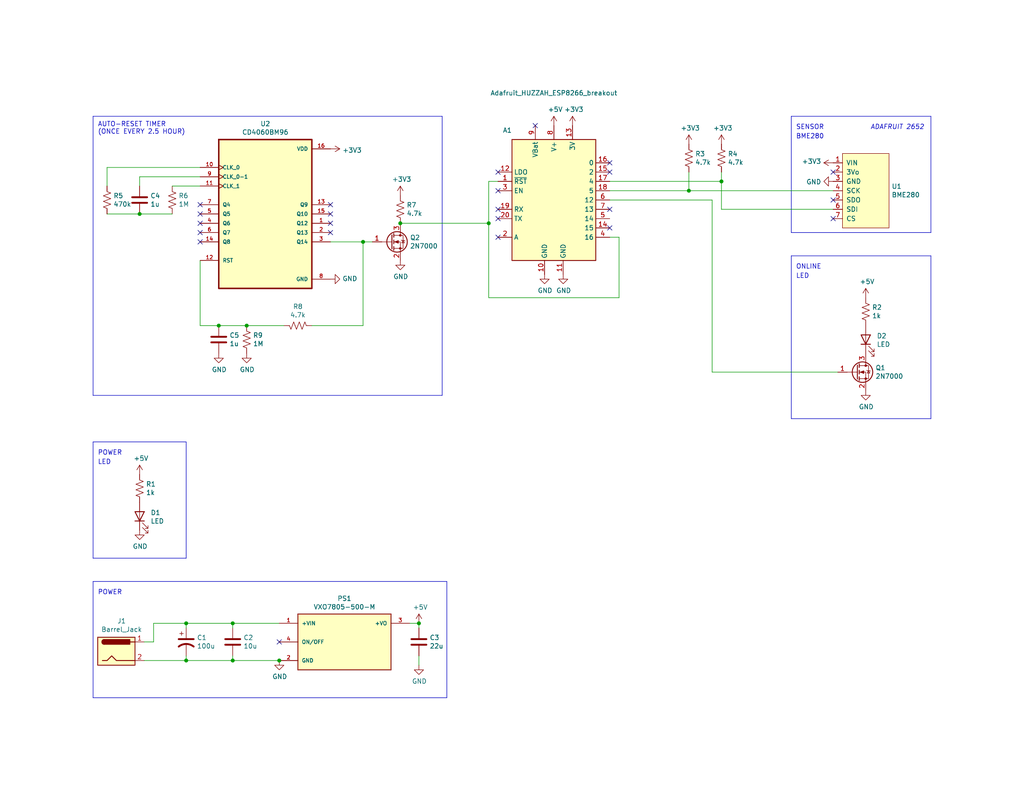
<source format=kicad_sch>
(kicad_sch (version 20230121) (generator eeschema)
  (paper "USLetter")
  (title_block (title "MQTT Weather Station") (date "2021-08-04") (rev "WIP") (company "University of Wisconsin-Madison") (comment 1 "Department of Chemistry") (comment 2 "Instrument Shop") (comment 3 "Blaise Thompson") (comment 4 "blaise.thompson@wisc.edu"))
  (lib_symbols
    (symbol "CD4060BM96:CD4060BM96" (pin_names (offset 1.016))
      (property "Reference" "U" (at -12.7 21.3106 0))
      (property "Value" "CD4060BM96" (at -12.7 -24.3078 0))
      (symbol "CD4060BM96_0_0"
        (rectangle (start -12.7 -20.32) (end 12.7 20.32) (stroke (width 0.4064)) (fill (type background)))
        (pin bidirectional line (at 17.78 -2.54 180) (length 5.08) (name "Q12") (number "1"))
        (pin input clock (at -17.78 12.7 0) (length 5.08) (name "CLK_0") (number "10"))
        (pin input clock (at -17.78 7.62 0) (length 5.08) (name "CLK_1") (number "11"))
        (pin bidirectional line (at -17.78 -12.7 0) (length 5.08) (name "RST") (number "12"))
        (pin bidirectional line (at 17.78 2.54 180) (length 5.08) (name "Q9") (number "13"))
        (pin bidirectional line (at -17.78 -7.62 0) (length 5.08) (name "Q8") (number "14"))
        (pin bidirectional line (at 17.78 0 180) (length 5.08) (name "Q10") (number "15"))
        (pin power_in line (at 17.78 17.78 180) (length 5.08) (name "VDD") (number "16"))
        (pin bidirectional line (at 17.78 -5.08 180) (length 5.08) (name "Q13") (number "2"))
        (pin bidirectional line (at 17.78 -7.62 180) (length 5.08) (name "Q14") (number "3"))
        (pin bidirectional line (at -17.78 -2.54 0) (length 5.08) (name "Q6") (number "4"))
        (pin bidirectional line (at -17.78 0 0) (length 5.08) (name "Q5") (number "5"))
        (pin bidirectional line (at -17.78 -5.08 0) (length 5.08) (name "Q7") (number "6"))
        (pin bidirectional line (at -17.78 2.54 0) (length 5.08) (name "Q4") (number "7"))
        (pin power_in line (at 17.78 -17.78 180) (length 5.08) (name "GND") (number "8"))
        (pin input clock (at -17.78 10.16 0) (length 5.08) (name "CLK_0-1") (number "9"))
      )
    )
    (symbol "Connector:Barrel_Jack" (pin_names (offset 1.016))
      (property "Reference" "J" (at 0 5.334 0))
      (property "Value" "Barrel_Jack" (at 0 -5.08 0))
      (symbol "Barrel_Jack_0_1"
        (rectangle (start -5.08 3.81) (end 5.08 -3.81) (stroke (width 0.254)) (fill (type background)))
        (arc (start -3.302 3.175) (mid -3.9343 2.54) (end -3.302 1.905) (stroke (width 0.254)))
        (arc (start -3.302 3.175) (mid -3.9343 2.54) (end -3.302 1.905) (stroke (width 0.254)) (fill (type outline)))
        (polyline (pts (xy 5.08 2.54) (xy 3.81 2.54)) (stroke (width 0.254)))
        (polyline (pts (xy -3.81 -2.54) (xy -2.54 -2.54) (xy -1.27 -1.27) (xy 0 -2.54) (xy 2.54 -2.54) (xy 5.08 -2.54)) (stroke (width 0.254)))
        (rectangle (start 3.683 3.175) (end -3.302 1.905) (stroke (width 0.254)) (fill (type outline)))
      )
      (symbol "Barrel_Jack_1_1"
        (pin passive line (at 7.62 2.54 180) (length 2.54) (name "~") (number "1"))
        (pin passive line (at 7.62 -2.54 180) (length 2.54) (name "~") (number "2"))
      )
    )
    (symbol "Device:C" (pin_numbers hide) (pin_names (offset 0.254))
      (property "Reference" "C" (at 0.635 2.54 0))
      (property "Value" "C" (at 0.635 -2.54 0))
      (symbol "C_0_1"
        (polyline (pts (xy -2.032 -0.762) (xy 2.032 -0.762)) (stroke (width 0.508)))
        (polyline (pts (xy -2.032 0.762) (xy 2.032 0.762)) (stroke (width 0.508)))
      )
      (symbol "C_1_1"
        (pin passive line (at 0 3.81 270) (length 2.794) (name "~") (number "1"))
        (pin passive line (at 0 -3.81 90) (length 2.794) (name "~") (number "2"))
      )
    )
    (symbol "Device:LED" (pin_numbers hide) (pin_names (offset 1.016) hide)
      (property "Reference" "D" (at 0 2.54 0))
      (property "Value" "LED" (at 0 -2.54 0))
      (symbol "LED_0_1"
        (polyline (pts (xy -1.27 -1.27) (xy -1.27 1.27)) (stroke (width 0.254)))
        (polyline (pts (xy -1.27 0) (xy 1.27 0)))
        (polyline (pts (xy 1.27 -1.27) (xy 1.27 1.27) (xy -1.27 0) (xy 1.27 -1.27)) (stroke (width 0.254)))
        (polyline (pts (xy -3.048 -0.762) (xy -4.572 -2.286) (xy -3.81 -2.286) (xy -4.572 -2.286) (xy -4.572 -1.524)))
        (polyline (pts (xy -1.778 -0.762) (xy -3.302 -2.286) (xy -2.54 -2.286) (xy -3.302 -2.286) (xy -3.302 -1.524)))
      )
      (symbol "LED_1_1"
        (pin passive line (at -3.81 0 0) (length 2.54) (name "K") (number "1"))
        (pin passive line (at 3.81 0 180) (length 2.54) (name "A") (number "2"))
      )
    )
    (symbol "Device:Q_NMOS_GSD" (pin_names (offset 0) hide)
      (property "Reference" "Q" (at 5.08 1.27 0))
      (property "Value" "Q_NMOS_GSD" (at 5.08 -1.27 0))
      (symbol "Q_NMOS_GSD_0_1"
        (polyline (pts (xy 0.254 0) (xy -2.54 0)))
        (polyline (pts (xy 0.254 1.905) (xy 0.254 -1.905)) (stroke (width 0.254)))
        (polyline (pts (xy 0.762 -1.27) (xy 0.762 -2.286)) (stroke (width 0.254)))
        (polyline (pts (xy 0.762 0.508) (xy 0.762 -0.508)) (stroke (width 0.254)))
        (polyline (pts (xy 0.762 2.286) (xy 0.762 1.27)) (stroke (width 0.254)))
        (polyline (pts (xy 2.54 2.54) (xy 2.54 1.778)))
        (polyline (pts (xy 2.54 -2.54) (xy 2.54 0) (xy 0.762 0)))
        (polyline (pts (xy 0.762 -1.778) (xy 3.302 -1.778) (xy 3.302 1.778) (xy 0.762 1.778)))
        (polyline (pts (xy 1.016 0) (xy 2.032 0.381) (xy 2.032 -0.381) (xy 1.016 0)) (fill (type outline)))
        (polyline (pts (xy 2.794 0.508) (xy 2.921 0.381) (xy 3.683 0.381) (xy 3.81 0.254)))
        (polyline (pts (xy 3.302 0.381) (xy 2.921 -0.254) (xy 3.683 -0.254) (xy 3.302 0.381)))
        (circle (center 1.651 0) (radius 2.794) (stroke (width 0.254)))
        (circle (center 2.54 -1.778) (radius 0.254) (fill (type outline)))
        (circle (center 2.54 1.778) (radius 0.254) (fill (type outline)))
      )
      (symbol "Q_NMOS_GSD_1_1"
        (pin input line (at -5.08 0 0) (length 2.54) (name "G") (number "1"))
        (pin passive line (at 2.54 -5.08 90) (length 2.54) (name "S") (number "2"))
        (pin passive line (at 2.54 5.08 270) (length 2.54) (name "D") (number "3"))
      )
    )
    (symbol "Device:R_US" (pin_numbers hide) (pin_names (offset 0))
      (property "Reference" "R" (at 2.54 0 90))
      (property "Value" "R_US" (at -2.54 0 90))
      (symbol "R_US_0_1"
        (polyline (pts (xy 0 -2.286) (xy 0 -2.54)))
        (polyline (pts (xy 0 2.286) (xy 0 2.54)))
        (polyline (pts (xy 0 -0.762) (xy 1.016 -1.143) (xy 0 -1.524) (xy -1.016 -1.905) (xy 0 -2.286)))
        (polyline (pts (xy 0 0.762) (xy 1.016 0.381) (xy 0 0) (xy -1.016 -0.381) (xy 0 -0.762)))
        (polyline (pts (xy 0 2.286) (xy 1.016 1.905) (xy 0 1.524) (xy -1.016 1.143) (xy 0 0.762)))
      )
      (symbol "R_US_1_1"
        (pin passive line (at 0 3.81 270) (length 1.27) (name "~") (number "1"))
        (pin passive line (at 0 -3.81 90) (length 1.27) (name "~") (number "2"))
      )
    )
    (symbol "MCU_Module:Adafruit_HUZZAH_ESP8266_breakout"
      (property "Reference" "A" (at 7.62 19.05 0))
      (property "Value" "Adafruit_HUZZAH_ESP8266_breakout" (at 3.81 -19.05 0))
      (symbol "Adafruit_HUZZAH_ESP8266_breakout_0_1"
        (rectangle (start -11.43 16.51) (end 11.43 -16.51) (stroke (width 0.254)) (fill (type background)))
      )
      (symbol "Adafruit_HUZZAH_ESP8266_breakout_1_1"
        (pin input line (at -15.24 5.08 0) (length 3.81) (name "~{RST}") (number "1"))
        (pin power_in line (at -2.54 -20.32 90) (length 3.81) (name "GND") (number "10"))
        (pin power_in line (at 2.54 -20.32 90) (length 3.81) (name "GND") (number "11"))
        (pin input line (at -15.24 7.62 0) (length 3.81) (name "LDO") (number "12"))
        (pin power_out line (at 5.08 20.32 270) (length 3.81) (name "3V") (number "13"))
        (pin bidirectional line (at 15.24 -7.62 180) (length 3.81) (name "15") (number "14"))
        (pin bidirectional line (at 15.24 7.62 180) (length 3.81) (name "2") (number "15"))
        (pin bidirectional line (at 15.24 10.16 180) (length 3.81) (name "0") (number "16"))
        (pin bidirectional line (at 15.24 5.08 180) (length 3.81) (name "4") (number "17"))
        (pin bidirectional line (at 15.24 2.54 180) (length 3.81) (name "5") (number "18"))
        (pin input line (at -15.24 -2.54 0) (length 3.81) (name "RX") (number "19"))
        (pin input line (at -15.24 -10.16 0) (length 3.81) (name "A") (number "2"))
        (pin output line (at -15.24 -5.08 0) (length 3.81) (name "TX") (number "20"))
        (pin input line (at -15.24 2.54 0) (length 3.81) (name "EN") (number "3"))
        (pin bidirectional line (at 15.24 -10.16 180) (length 3.81) (name "16") (number "4"))
        (pin bidirectional line (at 15.24 -5.08 180) (length 3.81) (name "14") (number "5"))
        (pin bidirectional line (at 15.24 0 180) (length 3.81) (name "12") (number "6"))
        (pin bidirectional line (at 15.24 -2.54 180) (length 3.81) (name "13") (number "7"))
        (pin power_in line (at 0 20.32 270) (length 3.81) (name "V+") (number "8"))
        (pin power_in line (at -5.08 20.32 270) (length 3.81) (name "VBat") (number "9"))
      )
    )
    (symbol "VXO7805-500-M_1" (pin_names (offset 1.016))
      (property "Reference" "PS" (at -12.7 8.89 0))
      (property "Value" "VXO7805-500-M" (at -12.7 -8.89 0))
      (symbol "VXO7805-500-M_1_0_0"
        (polyline (pts (xy -12.7 -7.62) (xy -12.7 7.62)) (stroke (width 0.254)))
        (polyline (pts (xy -12.7 7.62) (xy 12.7 7.62)) (stroke (width 0.254)))
        (polyline (pts (xy 12.7 -7.62) (xy -12.7 -7.62)) (stroke (width 0.254)))
        (polyline (pts (xy 12.7 7.62) (xy 12.7 -7.62)) (stroke (width 0.254)))
        (pin input line (at -17.78 5.08 0) (length 5.08) (name "+VIN") (number "1"))
        (pin power_in line (at -17.78 -5.08 0) (length 5.08) (name "GND") (number "2"))
        (pin output line (at 17.78 5.08 180) (length 5.08) (name "+VO") (number "3"))
        (pin input line (at -17.78 0 0) (length 5.08) (name "ON/OFF") (number "4"))
      )
      (symbol "VXO7805-500-M_1_1_1"
        (rectangle (start 12.7 7.62) (end -12.7 -7.62) (fill (type background)))
      )
    )
    (symbol "VXO7805-500-M_2" (pin_names (offset 1.016))
      (property "Reference" "PS" (at -12.7 8.89 0))
      (property "Value" "VXO7805-500-M" (at -12.7 -8.89 0))
      (symbol "VXO7805-500-M_2_0_0"
        (polyline (pts (xy -12.7 -7.62) (xy -12.7 7.62)) (stroke (width 0.254)))
        (polyline (pts (xy -12.7 7.62) (xy 12.7 7.62)) (stroke (width 0.254)))
        (polyline (pts (xy 12.7 -7.62) (xy -12.7 -7.62)) (stroke (width 0.254)))
        (polyline (pts (xy 12.7 7.62) (xy 12.7 -7.62)) (stroke (width 0.254)))
        (pin input line (at -17.78 5.08 0) (length 5.08) (name "+VIN") (number "1"))
        (pin power_in line (at -17.78 -5.08 0) (length 5.08) (name "GND") (number "2"))
        (pin output line (at 17.78 5.08 180) (length 5.08) (name "+VO") (number "3"))
        (pin input line (at -17.78 0 0) (length 5.08) (name "ON/OFF") (number "4"))
      )
      (symbol "VXO7805-500-M_2_1_1"
        (rectangle (start 12.7 7.62) (end -12.7 -7.62) (fill (type background)))
      )
    )
    (symbol "power:+5V" (power) (pin_names (offset 0))
      (property "Value" "+5V" (at 0 3.556 0))
      (symbol "+5V_0_1"
        (polyline (pts (xy -0.762 1.27) (xy 0 2.54)))
        (polyline (pts (xy 0 0) (xy 0 2.54)))
        (polyline (pts (xy 0 2.54) (xy 0.762 1.27)))
      )
      (symbol "+5V_1_1"
        (pin power_in line (at 0 0 90) (length 0) hide (name "+5V") (number "1"))
      )
    )
    (symbol "power:GND" (power) (pin_names (offset 0))
      (property "Value" "GND" (at 0 -3.81 0))
      (symbol "GND_0_1"
        (polyline (pts (xy 0 0) (xy 0 -1.27) (xy 1.27 -1.27) (xy 0 -2.54) (xy -1.27 -1.27) (xy 0 -1.27)))
      )
      (symbol "GND_1_1"
        (pin power_in line (at 0 0 270) (length 0) hide (name "GND") (number "1"))
      )
    )
    (symbol "weather-rescue:+3.3V-power" (power) (pin_names (offset 0))
      (property "Value" "+3.3V-power" (at 0 3.556 0))
      (symbol "+3.3V-power_0_1"
        (polyline (pts (xy -0.762 1.27) (xy 0 2.54)))
        (polyline (pts (xy 0 0) (xy 0 2.54)))
        (polyline (pts (xy 0 2.54) (xy 0.762 1.27)))
      )
      (symbol "+3.3V-power_1_1"
        (pin power_in line (at 0 0 90) (length 0) hide (name "+3V3") (number "1"))
      )
    )
    (symbol "weather-rescue:CP1-Device" (pin_numbers hide) (pin_names (offset 0.254) hide)
      (property "Reference" "C" (at 0.635 2.54 0))
      (property "Value" "Device_CP1" (at 0.635 -2.54 0))
      (symbol "CP1-Device_0_1"
        (polyline (pts (xy -2.032 0.762) (xy 2.032 0.762)) (stroke (width 0.508)))
        (polyline (pts (xy -1.778 2.286) (xy -0.762 2.286)))
        (polyline (pts (xy -1.27 1.778) (xy -1.27 2.794)))
        (arc (start 2.032 -1.27) (mid 0 -0.5572) (end -2.032 -1.27) (stroke (width 0.508)))
      )
      (symbol "CP1-Device_1_1"
        (pin passive line (at 0 3.81 270) (length 2.794) (name "~") (number "1"))
        (pin passive line (at 0 -3.81 90) (length 3.302) (name "~") (number "2"))
      )
    )
    (symbol "weather:BME680" (pin_names (offset 1.016))
      (property "Reference" "U" (at 8.89 -6.35 0))
      (property "Value" "BME680" (at 8.89 -8.89 0))
      (symbol "BME680_0_1"
        (rectangle (start 0 10.16) (end 12.7 -10.16) (fill (type background)))
      )
      (symbol "BME680_1_1"
        (pin power_in line (at -2.54 7.62 0) (length 2.54) (name "VIN") (number "1"))
        (pin power_out line (at -2.54 5.08 0) (length 2.54) (name "3Vo") (number "2"))
        (pin power_in line (at -2.54 2.54 0) (length 2.54) (name "GND") (number "3"))
        (pin input line (at -2.54 0 0) (length 2.54) (name "SCK") (number "4"))
        (pin output line (at -2.54 -2.54 0) (length 2.54) (name "SDO") (number "5"))
        (pin input line (at -2.54 -5.08 0) (length 2.54) (name "SDI") (number "6"))
        (pin input line (at -2.54 -7.62 0) (length 2.54) (name "CS") (number "7"))
      )
    )
  )
  (junction (at 63.5 180.34))
  (junction (at 67.31 88.9))
  (junction (at 63.5 170.18))
  (junction (at 133.35 60.96))
  (junction (at 99.06 66.04))
  (junction (at 50.8 170.18))
  (junction (at 50.8 180.34))
  (junction (at 187.96 52.07))
  (junction (at 109.22 60.96))
  (junction (at 76.2 180.34))
  (junction (at 59.69 88.9))
  (junction (at 114.3 170.18))
  (junction (at 196.85 49.53))
  (junction (at 38.1 58.42))
  (no_connect (at 166.37 57.15))
  (no_connect (at 90.17 63.5))
  (no_connect (at 54.61 63.5))
  (no_connect (at 227.33 59.69))
  (no_connect (at 90.17 58.42))
  (no_connect (at 135.89 64.77))
  (no_connect (at 54.61 55.88))
  (no_connect (at 166.37 62.23))
  (no_connect (at 90.17 60.96))
  (no_connect (at 135.89 59.69))
  (no_connect (at 135.89 57.15))
  (no_connect (at 76.2 175.26))
  (no_connect (at 227.33 46.99))
  (no_connect (at 54.61 58.42))
  (no_connect (at 90.17 55.88))
  (no_connect (at 54.61 60.96))
  (no_connect (at 146.05 34.29))
  (no_connect (at 135.89 52.07))
  (no_connect (at 166.37 44.45))
  (no_connect (at 227.33 54.61))
  (no_connect (at 135.89 46.99))
  (no_connect (at 166.37 46.99))
  (no_connect (at 54.61 66.04))
  (polyline (pts (xy 254 31.75) (xy 254 63.5)))
  (wire (pts (xy 50.8 180.34) (xy 63.5 180.34)))
  (wire (pts (xy 114.3 170.18) (xy 111.76 170.18)))
  (wire (pts (xy 39.37 180.34) (xy 50.8 180.34)))
  (wire (pts (xy 90.17 66.04) (xy 99.06 66.04)))
  (wire (pts (xy 63.5 179.07) (xy 63.5 180.34)))
  (polyline (pts (xy 215.9 114.3) (xy 215.9 69.85)))
  (wire (pts (xy 29.21 45.72) (xy 29.21 50.8)))
  (polyline (pts (xy 215.9 63.5) (xy 215.9 31.75)))
  (wire (pts (xy 166.37 64.77) (xy 168.91 64.77)))
  (polyline (pts (xy 254 114.3) (xy 215.9 114.3)))
  (polyline (pts (xy 25.4 120.65) (xy 25.4 152.4)))
  (wire (pts (xy 166.37 52.07) (xy 187.96 52.07)))
  (wire (pts (xy 166.37 49.53) (xy 196.85 49.53)))
  (polyline (pts (xy 215.9 31.75) (xy 254 31.75)))
  (wire (pts (xy 187.96 52.07) (xy 227.33 52.07)))
  (wire (pts (xy 168.91 64.77) (xy 168.91 81.28)))
  (wire (pts (xy 39.37 175.26) (xy 41.91 175.26)))
  (wire (pts (xy 63.5 170.18) (xy 63.5 171.45)))
  (wire (pts (xy 29.21 58.42) (xy 38.1 58.42)))
  (wire (pts (xy 50.8 170.18) (xy 63.5 170.18)))
  (wire (pts (xy 54.61 48.26) (xy 38.1 48.26)))
  (wire (pts (xy 46.99 50.8) (xy 54.61 50.8)))
  (wire (pts (xy 109.22 60.96) (xy 133.35 60.96)))
  (polyline (pts (xy 121.92 190.5) (xy 25.4 190.5)))
  (polyline (pts (xy 254 69.85) (xy 254 114.3)))
  (wire (pts (xy 194.31 54.61) (xy 194.31 101.6)))
  (polyline (pts (xy 25.4 152.4) (xy 50.8 152.4)))
  (wire (pts (xy 194.31 101.6) (xy 228.6 101.6)))
  (polyline (pts (xy 254 63.5) (xy 215.9 63.5)))
  (wire (pts (xy 196.85 57.15) (xy 227.33 57.15)))
  (wire (pts (xy 196.85 46.99) (xy 196.85 49.53)))
  (wire (pts (xy 41.91 170.18) (xy 50.8 170.18)))
  (wire (pts (xy 99.06 66.04) (xy 101.6 66.04)))
  (wire (pts (xy 166.37 54.61) (xy 194.31 54.61)))
  (wire (pts (xy 187.96 46.99) (xy 187.96 52.07)))
  (wire (pts (xy 99.06 88.9) (xy 99.06 66.04)))
  (polyline (pts (xy 25.4 31.75) (xy 25.4 107.95)))
  (polyline (pts (xy 25.4 190.5) (xy 25.4 158.75)))
  (wire (pts (xy 133.35 49.53) (xy 135.89 49.53)))
  (wire (pts (xy 63.5 170.18) (xy 76.2 170.18)))
  (wire (pts (xy 54.61 88.9) (xy 59.69 88.9)))
  (wire (pts (xy 114.3 171.45) (xy 114.3 170.18)))
  (wire (pts (xy 67.31 88.9) (xy 77.47 88.9)))
  (polyline (pts (xy 50.8 120.65) (xy 25.4 120.65)))
  (wire (pts (xy 54.61 88.9) (xy 54.61 71.12)))
  (polyline (pts (xy 50.8 152.4) (xy 50.8 120.65)))
  (wire (pts (xy 50.8 179.07) (xy 50.8 180.34)))
  (polyline (pts (xy 25.4 31.75) (xy 120.65 31.75)))
  (polyline (pts (xy 121.92 158.75) (xy 121.92 190.5)))
  (wire (pts (xy 114.3 179.07) (xy 114.3 181.61)))
  (polyline (pts (xy 120.65 31.75) (xy 120.65 107.95)))
  (polyline (pts (xy 215.9 69.85) (xy 254 69.85)))
  (wire (pts (xy 54.61 45.72) (xy 29.21 45.72)))
  (wire (pts (xy 50.8 171.45) (xy 50.8 170.18)))
  (wire (pts (xy 133.35 81.28) (xy 168.91 81.28)))
  (wire (pts (xy 59.69 88.9) (xy 67.31 88.9)))
  (wire (pts (xy 63.5 180.34) (xy 76.2 180.34)))
  (wire (pts (xy 38.1 48.26) (xy 38.1 50.8)))
  (wire (pts (xy 196.85 49.53) (xy 196.85 57.15)))
  (polyline (pts (xy 25.4 158.75) (xy 121.92 158.75)))
  (wire (pts (xy 133.35 60.96) (xy 133.35 81.28)))
  (wire (pts (xy 85.09 88.9) (xy 99.06 88.9)))
  (polyline (pts (xy 120.65 107.95) (xy 25.4 107.95)))
  (wire (pts (xy 38.1 58.42) (xy 46.99 58.42)))
  (wire (pts (xy 41.91 175.26) (xy 41.91 170.18)))
  (wire (pts (xy 133.35 49.53) (xy 133.35 60.96)))
  (text "ONLINE" (at 217.17 73.66 0) (effects (font (size 1.27 1.27)) (justify left bottom)))
  (text "POWER\n" (at 26.67 124.46 0) (effects (font (size 1.27 1.27)) (justify left bottom)))
  (text "AUTO-RESET TIMER\n(ONCE EVERY 2.5 HOUR)" (at 26.67 36.83 0) (effects (font (size 1.27 1.27)) (justify left bottom)))
  (text "SENSOR" (at 217.17 35.56 0) (effects (font (size 1.27 1.27)) (justify left bottom)))
  (text "POWER" (at 26.67 162.56 0) (effects (font (size 1.27 1.27)) (justify left bottom)))
  (text "LED\n" (at 217.17 76.2 0) (effects (font (size 1.27 1.27)) (justify left bottom)))
  (text "ADAFRUIT 2652" (at 237.49 35.56 0) (effects (font (size 1.27 1.27) italic) (justify left bottom)))
  (text "BME280" (at 217.17 38.1 0) (effects (font (size 1.27 1.27)) (justify left bottom)))
  (text "LED\n" (at 26.67 127 0) (effects (font (size 1.27 1.27)) (justify left bottom)))
  (symbol (lib_id "MCU_Module:Adafruit_HUZZAH_ESP8266_breakout") (at 151.13 54.61 0) (unit 1)
    (property "Reference" "A1" (at 138.43 35.56 0))
    (property "Value" "Adafruit_HUZZAH_ESP8266_breakout" (at 151.13 25.4 0))
    (property "Footprint" "Module:Adafruit_HUZZAH_ESP8266_breakout" (effects hide))
    (property "Datasheet" "https://www.adafruit.com/product/2471" (effects hide))
  )
  (symbol (lib_id "Connector:Barrel_Jack") (at 31.75 177.8 0) (unit 1)
    (property "Reference" "J1" (at 33.1978 169.545 0))
    (property "Value" "Barrel_Jack" (at 33.1978 171.8564 0))
    (property "Footprint" "Connector_BarrelJack:BarrelJack_Horizontal" (effects hide))
  )
  (symbol (lib_id "weather:BME680") (at 229.87 52.07 0) (unit 1)
    (property "Reference" "U1" (at 243.2812 50.9016 0) (effects (justify left)))
    (property "Value" "BME280" (at 243.2812 53.213 0) (effects (justify left)))
    (property "Footprint" "Connector_PinHeader_2.54mm:PinHeader_1x07_P2.54mm_Vertical" (effects hide))
  )
  (symbol (lib_id "power:GND") (at 153.67 74.93 0) (unit 1)
    (property "Reference" "#PWR0101" (effects hide))
    (property "Value" "GND" (at 153.797 79.3242 0))
  )
  (symbol (lib_id "power:GND") (at 148.59 74.93 0) (unit 1)
    (property "Reference" "#PWR0102" (effects hide))
    (property "Value" "GND" (at 148.717 79.3242 0))
  )
  (symbol (lib_id "power:GND") (at 227.33 49.53 270) (unit 1)
    (property "Reference" "#PWR0103" (effects hide))
    (property "Value" "GND" (at 224.0788 49.657 90) (effects (justify right)))
  )
  (symbol (lib_name "VXO7805-500-M_2") (lib_id "VXO7805-500-M:VXO7805-500-M") (at 93.98 175.26 0) (unit 1)
    (property "Reference" "PS1" (at 93.98 163.3982 0))
    (property "Value" "VXO7805-500-M" (at 93.98 165.7096 0))
    (property "Footprint" "CONV_VXO7805-500-M" (effects hide))
    (property "Datasheet" "1.0" (effects hide))
    (property "Field4" "3.5 mm" (effects hide))
    (property "Field5" "CUI Inc." (effects hide))
    (property "Field6" "Manufacturer Recommendations" (effects hide))
  )
  (symbol (lib_id "Device:R_US") (at 38.1 133.35 0) (unit 1)
    (property "Reference" "R1" (at 39.8272 132.1816 0) (effects (justify left)))
    (property "Value" "1k" (at 39.8272 134.493 0) (effects (justify left)))
    (property "Footprint" "Resistor_SMD:R_1206_3216Metric_Pad1.30x1.75mm_HandSolder" (effects hide))
  )
  (symbol (lib_id "Device:LED") (at 38.1 140.97 90) (unit 1)
    (property "Reference" "D1" (at 41.0972 139.9794 90) (effects (justify right)))
    (property "Value" "LED" (at 41.0972 142.2908 90) (effects (justify right)))
    (property "Footprint" "LED_SMD:LED_1206_3216Metric_Pad1.42x1.75mm_HandSolder" (effects hide))
  )
  (symbol (lib_id "Device:R_US") (at 236.22 85.09 0) (unit 1)
    (property "Reference" "R2" (at 237.9472 83.9216 0) (effects (justify left)))
    (property "Value" "1k" (at 237.9472 86.233 0) (effects (justify left)))
    (property "Footprint" "Resistor_SMD:R_1206_3216Metric_Pad1.30x1.75mm_HandSolder" (effects hide))
  )
  (symbol (lib_id "Device:LED") (at 236.22 92.71 90) (unit 1)
    (property "Reference" "D2" (at 239.2172 91.7194 90) (effects (justify right)))
    (property "Value" "LED" (at 239.2172 94.0308 90) (effects (justify right)))
    (property "Footprint" "LED_SMD:LED_1206_3216Metric_Pad1.42x1.75mm_HandSolder" (effects hide))
  )
  (symbol (lib_id "power:GND") (at 38.1 144.78 0) (unit 1)
    (property "Reference" "#PWR0104" (effects hide))
    (property "Value" "GND" (at 38.227 149.1742 0))
  )
  (symbol (lib_id "power:GND") (at 236.22 106.68 0) (unit 1)
    (property "Reference" "#PWR0105" (effects hide))
    (property "Value" "GND" (at 236.347 111.0742 0))
  )
  (symbol (lib_id "weather-rescue:+3.3V-power") (at 227.33 44.45 90) (unit 1)
    (property "Reference" "#PWR0106" (effects hide))
    (property "Value" "+3.3V" (at 224.0788 44.069 90) (effects (justify left)))
  )
  (symbol (lib_id "Device:R_US") (at 196.85 43.18 0) (unit 1)
    (property "Reference" "R4" (at 198.5772 42.0116 0) (effects (justify left)))
    (property "Value" "4.7k" (at 198.5772 44.323 0) (effects (justify left)))
    (property "Footprint" "Resistor_SMD:R_1206_3216Metric_Pad1.30x1.75mm_HandSolder" (effects hide))
  )
  (symbol (lib_id "Device:R_US") (at 187.96 43.18 0) (unit 1)
    (property "Reference" "R3" (at 189.6872 42.0116 0) (effects (justify left)))
    (property "Value" "4.7k" (at 189.6872 44.323 0) (effects (justify left)))
    (property "Footprint" "Resistor_SMD:R_1206_3216Metric_Pad1.30x1.75mm_HandSolder" (effects hide))
  )
  (symbol (lib_id "weather-rescue:+3.3V-power") (at 196.85 39.37 0) (unit 1)
    (property "Reference" "#PWR0107" (effects hide))
    (property "Value" "+3.3V" (at 197.231 34.9758 0))
  )
  (symbol (lib_id "weather-rescue:+3.3V-power") (at 187.96 39.37 0) (unit 1)
    (property "Reference" "#PWR0108" (effects hide))
    (property "Value" "+3.3V" (at 188.341 34.9758 0))
  )
  (symbol (lib_id "power:+5V") (at 114.3 170.18 0) (unit 1)
    (property "Reference" "#PWR0109" (effects hide))
    (property "Value" "+5V" (at 114.681 165.7858 0))
  )
  (symbol (lib_id "power:+5V") (at 236.22 81.28 0) (unit 1)
    (property "Reference" "#PWR0110" (effects hide))
    (property "Value" "+5V" (at 236.601 76.8858 0))
  )
  (symbol (lib_id "power:+5V") (at 38.1 129.54 0) (unit 1)
    (property "Reference" "#PWR0111" (effects hide))
    (property "Value" "+5V" (at 38.481 125.1458 0))
  )
  (symbol (lib_id "weather-rescue:CP1-Device") (at 50.8 175.26 0) (unit 1)
    (property "Reference" "C1" (at 53.721 174.0916 0) (effects (justify left)))
    (property "Value" "100u" (at 53.721 176.403 0) (effects (justify left)))
    (property "Footprint" "Capacitor_THT:CP_Radial_Tantal_D7.0mm_P2.50mm" (effects hide))
  )
  (symbol (lib_id "Device:C") (at 63.5 175.26 0) (unit 1)
    (property "Reference" "C2" (at 66.421 174.0916 0) (effects (justify left)))
    (property "Value" "10u" (at 66.421 176.403 0) (effects (justify left)))
    (property "Footprint" "Capacitor_SMD:C_1206_3216Metric_Pad1.33x1.80mm_HandSolder" (effects hide))
  )
  (symbol (lib_id "Device:C") (at 114.3 175.26 0) (unit 1)
    (property "Reference" "C3" (at 117.221 174.0916 0) (effects (justify left)))
    (property "Value" "22u" (at 117.221 176.403 0) (effects (justify left)))
    (property "Footprint" "Capacitor_SMD:C_1206_3216Metric_Pad1.33x1.80mm_HandSolder" (effects hide))
  )
  (symbol (lib_id "power:GND") (at 114.3 181.61 0) (unit 1)
    (property "Reference" "#PWR0112" (effects hide))
    (property "Value" "GND" (at 114.427 186.0042 0))
  )
  (symbol (lib_id "weather-rescue:+3.3V-power") (at 156.21 34.29 0) (unit 1)
    (property "Reference" "#PWR0113" (effects hide))
    (property "Value" "+3.3V" (at 156.591 29.8958 0))
  )
  (symbol (lib_id "power:+5V") (at 151.13 34.29 0) (unit 1)
    (property "Reference" "#PWR0114" (effects hide))
    (property "Value" "+5V" (at 151.511 29.8958 0))
  )
  (symbol (lib_id "power:GND") (at 76.2 180.34 0) (unit 1)
    (property "Reference" "#PWR0115" (effects hide))
    (property "Value" "GND" (at 76.327 184.7342 0))
  )
  (symbol (lib_id "CD4060BM96:CD4060BM96") (at 72.39 58.42 0) (unit 1)
    (property "Reference" "U2" (at 72.39 33.782 0))
    (property "Value" "CD4060BM96" (at 72.39 36.0934 0))
    (property "Footprint" "Package_SO:SOIC-16_3.9x9.9mm_P1.27mm" (effects hide))
  )
  (symbol (lib_id "Device:C") (at 38.1 54.61 0) (unit 1)
    (property "Reference" "C4" (at 41.021 53.4416 0) (effects (justify left)))
    (property "Value" "1u" (at 41.021 55.753 0) (effects (justify left)))
    (property "Footprint" "Capacitor_SMD:C_1206_3216Metric_Pad1.33x1.80mm_HandSolder" (effects hide))
  )
  (symbol (lib_id "Device:R_US") (at 29.21 54.61 180) (unit 1)
    (property "Reference" "R5" (at 30.9372 53.4416 0) (effects (justify right)))
    (property "Value" "470k" (at 30.9372 55.753 0) (effects (justify right)))
    (property "Footprint" "Resistor_SMD:R_1206_3216Metric_Pad1.30x1.75mm_HandSolder" (effects hide))
  )
  (symbol (lib_id "Device:R_US") (at 46.99 54.61 180) (unit 1)
    (property "Reference" "R6" (at 48.7172 53.4416 0) (effects (justify right)))
    (property "Value" "1M" (at 48.7172 55.753 0) (effects (justify right)))
    (property "Footprint" "Resistor_SMD:R_1206_3216Metric_Pad1.30x1.75mm_HandSolder" (effects hide))
  )
  (symbol (lib_id "power:GND") (at 90.17 76.2 90) (unit 1)
    (property "Reference" "#PWR02" (effects hide))
    (property "Value" "GND" (at 93.4212 76.073 90) (effects (justify right)))
  )
  (symbol (lib_id "weather-rescue:+3.3V-power") (at 90.17 40.64 270) (unit 1)
    (property "Reference" "#PWR01" (effects hide))
    (property "Value" "+3.3V" (at 93.4212 41.021 90) (effects (justify left)))
  )
  (symbol (lib_id "Device:Q_NMOS_GSD") (at 106.68 66.04 0) (unit 1)
    (property "Reference" "Q2" (at 111.8616 64.8716 0) (effects (justify left)))
    (property "Value" "2N7000" (at 111.8616 67.183 0) (effects (justify left)))
    (property "Footprint" "Package_TO_SOT_SMD:SOT-23_Handsoldering" (effects hide))
  )
  (symbol (lib_id "Device:Q_NMOS_GSD") (at 233.68 101.6 0) (unit 1)
    (property "Reference" "Q1" (at 238.8616 100.4316 0) (effects (justify left)))
    (property "Value" "2N7000" (at 238.8616 102.743 0) (effects (justify left)))
    (property "Footprint" "Package_TO_SOT_SMD:SOT-23_Handsoldering" (effects hide))
  )
  (symbol (lib_id "Device:R_US") (at 109.22 57.15 0) (unit 1)
    (property "Reference" "R7" (at 110.9472 55.9816 0) (effects (justify left)))
    (property "Value" "4.7k" (at 110.9472 58.293 0) (effects (justify left)))
    (property "Footprint" "Resistor_SMD:R_1206_3216Metric_Pad1.30x1.75mm_HandSolder" (effects hide))
  )
  (symbol (lib_id "weather-rescue:+3.3V-power") (at 109.22 53.34 0) (unit 1)
    (property "Reference" "#PWR03" (effects hide))
    (property "Value" "+3.3V" (at 109.601 48.9458 0))
  )
  (symbol (lib_id "power:GND") (at 109.22 71.12 0) (unit 1)
    (property "Reference" "#PWR04" (effects hide))
    (property "Value" "GND" (at 109.347 75.5142 0))
  )
  (symbol (lib_id "Device:R_US") (at 81.28 88.9 270) (mirror x) (unit 1)
    (property "Reference" "R8" (at 81.28 83.693 90))
    (property "Value" "4.7k" (at 81.28 86.0044 90))
    (property "Footprint" "Resistor_SMD:R_1206_3216Metric_Pad1.30x1.75mm_HandSolder" (effects hide))
  )
  (symbol (lib_id "Device:C") (at 59.69 92.71 0) (unit 1)
    (property "Reference" "C5" (at 62.611 91.5416 0) (effects (justify left)))
    (property "Value" "1u" (at 62.611 93.853 0) (effects (justify left)))
    (property "Footprint" "Capacitor_SMD:C_1206_3216Metric_Pad1.33x1.80mm_HandSolder" (effects hide))
  )
  (symbol (lib_id "power:GND") (at 59.69 96.52 0) (unit 1)
    (property "Reference" "#PWR05" (effects hide))
    (property "Value" "GND" (at 59.817 100.9142 0))
  )
  (symbol (lib_id "Device:R_US") (at 67.31 92.71 0) (unit 1)
    (property "Reference" "R9" (at 69.0372 91.5416 0) (effects (justify left)))
    (property "Value" "1M" (at 69.0372 93.853 0) (effects (justify left)))
    (property "Footprint" "Resistor_SMD:R_1206_3216Metric_Pad1.30x1.75mm_HandSolder" (effects hide))
  )
  (symbol (lib_id "power:GND") (at 67.31 96.52 0) (unit 1)
    (property "Reference" "#PWR06" (effects hide))
    (property "Value" "GND" (at 67.437 100.9142 0))
  )
)
</source>
